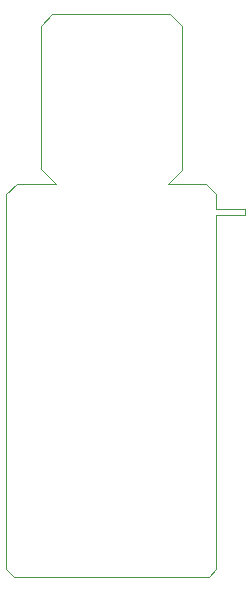
<source format=gko>
G04 Layer: BoardOutline*
G04 EasyEDA v6.3.22, 2019-12-31T17:55:44+09:00*
G04 0184c6d2394b44c9a03417ace044f3ee,67344a67363949849f01d11c0c7cf016,10*
G04 Gerber Generator version 0.2*
G04 Scale: 100 percent, Rotated: No, Reflected: No *
G04 Dimensions in inches *
G04 leading zeros omitted , absolute positions ,2 integer and 4 decimal *
%FSLAX24Y24*%
%MOIN*%
G90*
G70D02*

%ADD10C,0.002000*%
G54D10*
G01X1350Y13400D02*
G01X1450Y13300D01*
G01X1650Y13100D01*
G01X350Y13100D01*
G01X100Y12850D01*
G01X5650Y13350D02*
G01X5600Y13300D01*
G01X5400Y13100D01*
G01X6650Y13100D01*
G01X6950Y12800D01*
G01X1150Y14300D02*
G01X1150Y13600D01*
G01X1350Y13400D01*
G01X5855Y14300D02*
G01X5855Y13555D01*
G01X5650Y13350D01*
G01X5500Y13200D01*
G01X6750Y13000D02*
G01X7000Y12750D01*
G01X7000Y12250D01*
G01X7950Y12250D01*
G01X7950Y12050D01*
G01X7000Y12050D01*
G01X7000Y250D01*
G01X6750Y0D01*
G01X250Y0D01*
G01X0Y250D01*
G01X0Y12750D01*
G01X1154Y18369D02*
G01X1538Y18762D01*
G01X1538Y18761D02*
G01X5457Y18761D01*
G01X5855Y18365D01*
G01X5855Y14300D01*
G01X0Y12750D02*
G01X250Y13000D01*
G01X1150Y14300D02*
G01X1150Y18369D01*

%LPD*%
M00*
M02*

</source>
